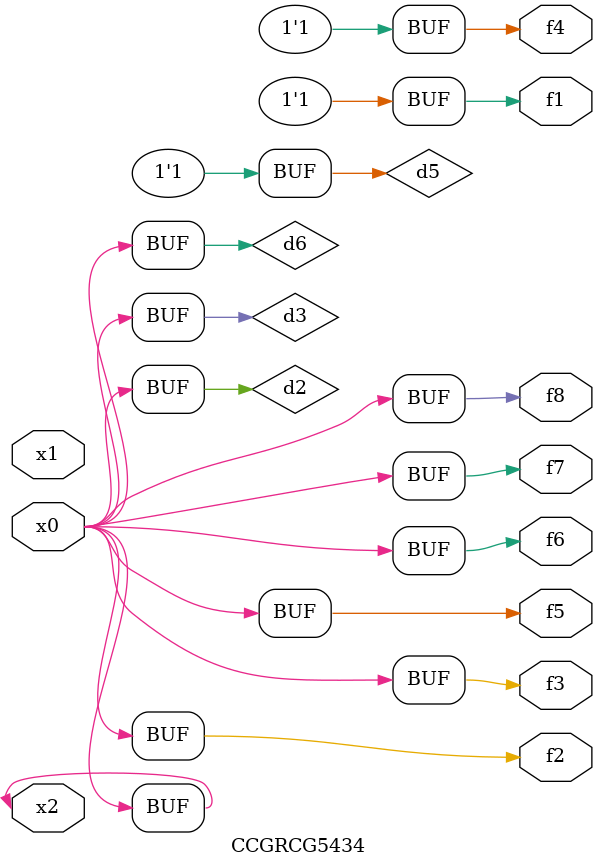
<source format=v>
module CCGRCG5434(
	input x0, x1, x2,
	output f1, f2, f3, f4, f5, f6, f7, f8
);

	wire d1, d2, d3, d4, d5, d6;

	xnor (d1, x2);
	buf (d2, x0, x2);
	and (d3, x0);
	xnor (d4, x1, x2);
	nand (d5, d1, d3);
	buf (d6, d2, d3);
	assign f1 = d5;
	assign f2 = d6;
	assign f3 = d6;
	assign f4 = d5;
	assign f5 = d6;
	assign f6 = d6;
	assign f7 = d6;
	assign f8 = d6;
endmodule

</source>
